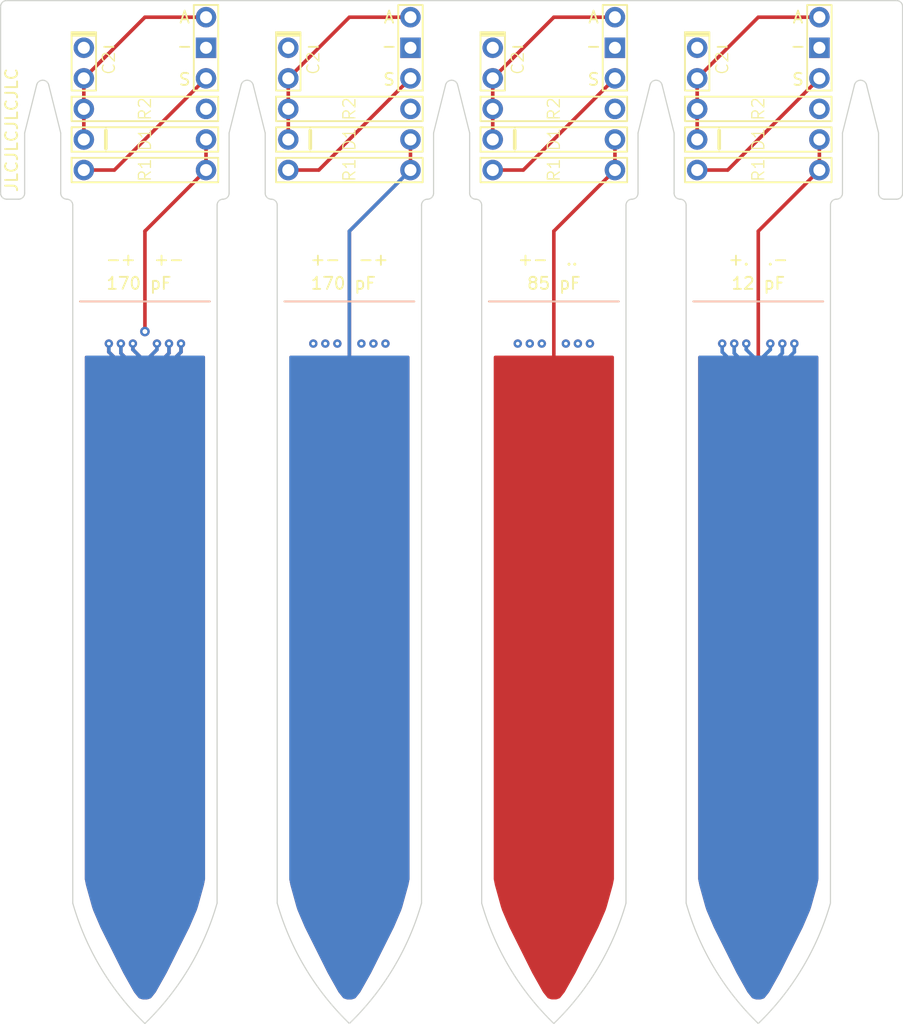
<source format=kicad_pcb>
(kicad_pcb (version 20221018) (generator pcbnew)
  (layers (0 "F.Cu" signal) (1 "In1.Cu" signal) (2 "In2.Cu" signal) (31 "B.Cu" signal) (34 "B.Paste" user) (35 "F.Paste" user) (36 "B.SilkS" user "B.Silkscreen") (37 "F.SilkS" user "F.Silkscreen") (38 "B.Mask" user) (39 "F.Mask" user) (44 "Edge.Cuts" user))
  (net 0 "")
  (net 1 "GND")
  (net 2 "/ADC")
  (net 3 "/CapV")
  (net 4 "/SWS")
  (footprint "ThroughHoleParts:Resistor" (layer "F.Cu") (at 161 66 -90)
    (fp_text reference "R2" (at 0 0 90 unlocked) (layer "F.SilkS") (effects (font (thickness 0.1))))
    (fp_text value "R" hide)
    (fp_rect (start -1.016 6.096) (end 1.016 -6.096) (stroke (width 0.15)) (fill none) (layer "F.SilkS"))
    (pad "1" thru_hole circle (at 0 -5.08 270) (size 1.7 1.7) (drill 1) (layers "*.Cu" "*.Mask") (net 1 "GND"))
    (pad "2" thru_hole circle (at 0 5.08 270) (size 1.7 1.7) (drill 1) (layers "*.Cu" "*.Mask") (net 2 "/ADC"))
  )
  (footprint "ThroughHoleParts:Capacitor" (layer "F.Cu") (at 189.92 62.19)
    (fp_text reference "C2" (at 2.08 0 90 unlocked) (layer "F.SilkS") (effects (font (thickness 0.1))))
    (fp_text value "C" hide)
    (fp_rect (start -1.016 -2.5654) (end 1.016 -2.286) (stroke (width 0.15)) (fill solid) (layer "F.SilkS"))
    (fp_rect (start -1.016 -2.286) (end 1.016 2.286) (stroke (width 0.15)) (fill none) (layer "F.SilkS"))
    (pad "1" thru_hole circle (at 0 -1.27) (size 1.7 1.7) (drill 1) (layers "*.Cu" "*.Mask") (net 1 "GND"))
    (pad "2" thru_hole circle (at 0 1.27) (size 1.7 1.7) (drill 1) (layers "*.Cu" "*.Mask") (net 2 "/ADC"))
  )
  (footprint "ThroughHoleParts:Diode" (layer "F.Cu") (at 178 68.54 90)
    (fp_text reference "D1" (at 0 0 90 unlocked) (layer "F.SilkS") (effects (font (thickness 0.1))))
    (fp_text value "D")
    (fp_line (start -0.75 -3.25) (end 0.75 -3.25) (stroke (width 0.3)) (layer "F.SilkS"))
    (fp_rect (start -1.016 -6.096) (end 1.016 6.096) (stroke (width 0.15)) (fill none) (layer "F.SilkS"))
    (pad "1" thru_hole circle (at 0 -5.08 90) (size 1.7 1.7) (drill 1) (layers "*.Cu" "*.Mask") (net 2 "/ADC"))
    (pad "2" thru_hole circle (at 0 5.08 90) (size 1.7 1.7) (drill 1) (layers "*.Cu" "*.Mask") (net 3 "/CapV"))
  )
  (footprint "ThroughHoleParts:Resistor" (layer "F.Cu") (at 161 71.08 -90)
    (fp_text reference "R1" (at 0 0 90 unlocked) (layer "F.SilkS") (effects (font (thickness 0.1))))
    (fp_text value "R" hide)
    (fp_rect (start -1.016 6.096) (end 1.016 -6.096) (stroke (width 0.15)) (fill none) (layer "F.SilkS"))
    (pad "1" thru_hole circle (at 0 -5.08 270) (size 1.7 1.7) (drill 1) (layers "*.Cu" "*.Mask") (net 3 "/CapV"))
    (pad "2" thru_hole circle (at 0 5.08 270) (size 1.7 1.7) (drill 1) (layers "*.Cu" "*.Mask") (net 4 "/SWS"))
  )
  (footprint "ThroughHoleParts:Diode" (layer "F.Cu") (at 161 68.54 90)
    (fp_text reference "D1" (at 0 0 90 unlocked) (layer "F.SilkS") (effects (font (thickness 0.1))))
    (fp_text value "D")
    (fp_line (start -0.75 -3.25) (end 0.75 -3.25) (stroke (width 0.3)) (layer "F.SilkS"))
    (fp_rect (start -1.016 -6.096) (end 1.016 6.096) (stroke (width 0.15)) (fill none) (layer "F.SilkS"))
    (pad "1" thru_hole circle (at 0 -5.08 90) (size 1.7 1.7) (drill 1) (layers "*.Cu" "*.Mask") (net 2 "/ADC"))
    (pad "2" thru_hole circle (at 0 5.08 90) (size 1.7 1.7) (drill 1) (layers "*.Cu" "*.Mask") (net 3 "/CapV"))
  )
  (footprint "ThroughHoleParts:Capacitor" (layer "F.Cu") (at 206.92 62.19)
    (fp_text reference "C2" (at 2.08 0 90 unlocked) (layer "F.SilkS") (effects (font (thickness 0.1))))
    (fp_text value "C" hide)
    (fp_rect (start -1.016 -2.5654) (end 1.016 -2.286) (stroke (width 0.15)) (fill solid) (layer "F.SilkS"))
    (fp_rect (start -1.016 -2.286) (end 1.016 2.286) (stroke (width 0.15)) (fill none) (layer "F.SilkS"))
    (pad "1" thru_hole circle (at 0 -1.27) (size 1.7 1.7) (drill 1) (layers "*.Cu" "*.Mask") (net 1 "GND"))
    (pad "2" thru_hole circle (at 0 1.27) (size 1.7 1.7) (drill 1) (layers "*.Cu" "*.Mask") (net 2 "/ADC"))
  )
  (footprint "ThroughHoleParts:Resistor" (layer "F.Cu") (at 195 71.08 -90)
    (fp_text reference "R1" (at 0 0 90 unlocked) (layer "F.SilkS") (effects (font (thickness 0.1))))
    (fp_text value "R" hide)
    (fp_rect (start -1.016 6.096) (end 1.016 -6.096) (stroke (width 0.15)) (fill none) (layer "F.SilkS"))
    (pad "1" thru_hole circle (at 0 -5.08 270) (size 1.7 1.7) (drill 1) (layers "*.Cu" "*.Mask") (net 3 "/CapV"))
    (pad "2" thru_hole circle (at 0 5.08 270) (size 1.7 1.7) (drill 1) (layers "*.Cu" "*.Mask") (net 4 "/SWS"))
  )
  (footprint "ThroughHoleParts:Resistor" (layer "F.Cu") (at 178 71.08 -90)
    (fp_text reference "R1" (at 0 0 90 unlocked) (layer "F.SilkS") (effects (font (thickness 0.1))))
    (fp_text value "R" hide)
    (fp_rect (start -1.016 6.096) (end 1.016 -6.096) (stroke (width 0.15)) (fill none) (layer "F.SilkS"))
    (pad "1" thru_hole circle (at 0 -5.08 270) (size 1.7 1.7) (drill 1) (layers "*.Cu" "*.Mask") (net 3 "/CapV"))
    (pad "2" thru_hole circle (at 0 5.08 270) (size 1.7 1.7) (drill 1) (layers "*.Cu" "*.Mask") (net 4 "/SWS"))
  )
  (footprint "ThroughHoleParts:Capacitor" (layer "F.Cu") (at 155.92 62.19)
    (fp_text reference "C2" (at 2.08 0 90 unlocked) (layer "F.SilkS") (effects (font (thickness 0.1))))
    (fp_text value "C" hide)
    (fp_rect (start -1.016 -2.5654) (end 1.016 -2.286) (stroke (width 0.15)) (fill solid) (layer "F.SilkS"))
    (fp_rect (start -1.016 -2.286) (end 1.016 2.286) (stroke (width 0.15)) (fill none) (layer "F.SilkS"))
    (pad "1" thru_hole circle (at 0 -1.27) (size 1.7 1.7) (drill 1) (layers "*.Cu" "*.Mask") (net 1 "GND"))
    (pad "2" thru_hole circle (at 0 1.27) (size 1.7 1.7) (drill 1) (layers "*.Cu" "*.Mask") (net 2 "/ADC"))
  )
  (footprint "ThroughHoleParts:Resistor" (layer "F.Cu") (at 212 66 -90)
    (fp_text reference "R2" (at 0 0 90 unlocked) (layer "F.SilkS") (effects (font (thickness 0.1))))
    (fp_text value "R" hide)
    (fp_rect (start -1.016 6.096) (end 1.016 -6.096) (stroke (width 0.15)) (fill none) (layer "F.SilkS"))
    (pad "1" thru_hole circle (at 0 -5.08 270) (size 1.7 1.7) (drill 1) (layers "*.Cu" "*.Mask") (net 1 "GND"))
    (pad "2" thru_hole circle (at 0 5.08 270) (size 1.7 1.7) (drill 1) (layers "*.Cu" "*.Mask") (net 2 "/ADC"))
  )
  (footprint "ThroughHoleParts:Resistor" (layer "F.Cu") (at 212 71.08 -90)
    (fp_text reference "R1" (at 0 0 90 unlocked) (layer "F.SilkS") (effects (font (thickness 0.1))))
    (fp_text value "R" hide)
    (fp_rect (start -1.016 6.096) (end 1.016 -6.096) (stroke (width 0.15)) (fill none) (layer "F.SilkS"))
    (pad "1" thru_hole circle (at 0 -5.08 270) (size 1.7 1.7) (drill 1) (layers "*.Cu" "*.Mask") (net 3 "/CapV"))
    (pad "2" thru_hole circle (at 0 5.08 270) (size 1.7 1.7) (drill 1) (layers "*.Cu" "*.Mask") (net 4 "/SWS"))
  )
  (footprint "ThroughHoleParts:Diode" (layer "F.Cu") (at 195 68.54 90)
    (fp_text reference "D1" (at 0 0 90 unlocked) (layer "F.SilkS") (effects (font (thickness 0.1))))
    (fp_text value "D")
    (fp_line (start -0.75 -3.25) (end 0.75 -3.25) (stroke (width 0.3)) (layer "F.SilkS"))
    (fp_rect (start -1.016 -6.096) (end 1.016 6.096) (stroke (width 0.15)) (fill none) (layer "F.SilkS"))
    (pad "1" thru_hole circle (at 0 -5.08 90) (size 1.7 1.7) (drill 1) (layers "*.Cu" "*.Mask") (net 2 "/ADC"))
    (pad "2" thru_hole circle (at 0 5.08 90) (size 1.7 1.7) (drill 1) (layers "*.Cu" "*.Mask") (net 3 "/CapV"))
  )
  (footprint "ThroughHoleParts:Capacitor" (layer "F.Cu") (at 172.92 62.19)
    (fp_text reference "C2" (at 2.08 0 90 unlocked) (layer "F.SilkS") (effects (font (thickness 0.1))))
    (fp_text value "C" hide)
    (fp_rect (start -1.016 -2.5654) (end 1.016 -2.286) (stroke (width 0.15)) (fill solid) (layer "F.SilkS"))
    (fp_rect (start -1.016 -2.286) (end 1.016 2.286) (stroke (width 0.15)) (fill none) (layer "F.SilkS"))
    (pad "1" thru_hole circle (at 0 -1.27) (size 1.7 1.7) (drill 1) (layers "*.Cu" "*.Mask") (net 1 "GND"))
    (pad "2" thru_hole circle (at 0 1.27) (size 1.7 1.7) (drill 1) (layers "*.Cu" "*.Mask") (net 2 "/ADC"))
  )
  (footprint "ThroughHoleParts:Diode" (layer "F.Cu") (at 212 68.54 90)
    (fp_text reference "D1" (at 0 0 90 unlocked) (layer "F.SilkS") (effects (font (thickness 0.1))))
    (fp_text value "D")
    (fp_line (start -0.75 -3.25) (end 0.75 -3.25) (stroke (width 0.3)) (layer "F.SilkS"))
    (fp_rect (start -1.016 -6.096) (end 1.016 6.096) (stroke (width 0.15)) (fill none) (layer "F.SilkS"))
    (pad "1" thru_hole circle (at 0 -5.08 90) (size 1.7 1.7) (drill 1) (layers "*.Cu" "*.Mask") (net 2 "/ADC"))
    (pad "2" thru_hole circle (at 0 5.08 90) (size 1.7 1.7) (drill 1) (layers "*.Cu" "*.Mask") (net 3 "/CapV"))
  )
  (footprint "ThroughHoleParts:PinHeader1x03" (layer "F.Cu") (at 166.08 60.92 180)
    (fp_text reference "J1" hide)
    (fp_text value "Conn_01x03_Pin")
    (fp_rect (start -1.016 -3.556) (end 1.016 3.556) (stroke (width 0.15)) (fill none) (layer "F.SilkS"))
    (pad "1" thru_hole circle (at 0 -2.54 180) (size 1.7 1.7) (drill 1) (layers "*.Cu" "*.Mask") (net 4 "/SWS"))
    (pad "2" thru_hole rect (at 0 0 180) (size 1.7 1.7) (drill 1) (layers "*.Cu" "*.Mask") (net 1 "GND"))
    (pad "3" thru_hole oval (at 0 2.54 180) (size 1.7 1.7) (drill 1) (layers "*.Cu" "*.Mask") (net 2 "/ADC"))
  )
  (footprint "ThroughHoleParts:PinHeader1x03" (layer "F.Cu") (at 200.08 60.92 180)
    (fp_text reference "J1" hide)
    (fp_text value "Conn_01x03_Pin")
    (fp_rect (start -1.016 -3.556) (end 1.016 3.556) (stroke (width 0.15)) (fill none) (layer "F.SilkS"))
    (pad "1" thru_hole circle (at 0 -2.54 180) (size 1.7 1.7) (drill 1) (layers "*.Cu" "*.Mask") (net 4 "/SWS"))
    (pad "2" thru_hole rect (at 0 0 180) (size 1.7 1.7) (drill 1) (layers "*.Cu" "*.Mask") (net 1 "GND"))
    (pad "3" thru_hole oval (at 0 2.54 180) (size 1.7 1.7) (drill 1) (layers "*.Cu" "*.Mask") (net 2 "/ADC"))
  )
  (footprint "ThroughHoleParts:PinHeader1x03" (layer "F.Cu") (at 183.08 60.92 180)
    (fp_text reference "J1" hide)
    (fp_text value "Conn_01x03_Pin")
    (fp_rect (start -1.016 -3.556) (end 1.016 3.556) (stroke (width 0.15)) (fill none) (layer "F.SilkS"))
    (pad "1" thru_hole circle (at 0 -2.54 180) (size 1.7 1.7) (drill 1) (layers "*.Cu" "*.Mask") (net 4 "/SWS"))
    (pad "2" thru_hole rect (at 0 0 180) (size 1.7 1.7) (drill 1) (layers "*.Cu" "*.Mask") (net 1 "GND"))
    (pad "3" thru_hole oval (at 0 2.54 180) (size 1.7 1.7) (drill 1) (layers "*.Cu" "*.Mask") (net 2 "/ADC"))
  )
  (footprint "ThroughHoleParts:PinHeader1x03" (layer "F.Cu") (at 217.08 60.92 180)
    (fp_text reference "J1" hide)
    (fp_text value "Conn_01x03_Pin")
    (fp_rect (start -1.016 -3.556) (end 1.016 3.556) (stroke (width 0.15)) (fill none) (layer "F.SilkS"))
    (pad "1" thru_hole circle (at 0 -2.54 180) (size 1.7 1.7) (drill 1) (layers "*.Cu" "*.Mask") (net 4 "/SWS"))
    (pad "2" thru_hole rect (at 0 0 180) (size 1.7 1.7) (drill 1) (layers "*.Cu" "*.Mask") (net 1 "GND"))
    (pad "3" thru_hole oval (at 0 2.54 180) (size 1.7 1.7) (drill 1) (layers "*.Cu" "*.Mask") (net 2 "/ADC"))
  )
  (footprint "ThroughHoleParts:Resistor" (layer "F.Cu") (at 178 66 -90)
    (fp_text reference "R2" (at 0 0 90 unlocked) (layer "F.SilkS") (effects (font (thickness 0.1))))
    (fp_text value "R" hide)
    (fp_rect (start -1.016 6.096) (end 1.016 -6.096) (stroke (width 0.15)) (fill none) (layer "F.SilkS"))
    (pad "1" thru_hole circle (at 0 -5.08 270) (size 1.7 1.7) (drill 1) (layers "*.Cu" "*.Mask") (net 1 "GND"))
    (pad "2" thru_hole circle (at 0 5.08 270) (size 1.7 1.7) (drill 1) (layers "*.Cu" "*.Mask") (net 2 "/ADC"))
  )
  (footprint "ThroughHoleParts:Resistor" (layer "F.Cu") (at 195 66 -90)
    (fp_text reference "R2" (at 0 0 90 unlocked) (layer "F.SilkS") (effects (font (thickness 0.1))))
    (fp_text value "R" hide)
    (fp_rect (start -1.016 6.096) (end 1.016 -6.096) (stroke (width 0.15)) (fill none) (layer "F.SilkS"))
    (pad "1" thru_hole circle (at 0 -5.08 270) (size 1.7 1.7) (drill 1) (layers "*.Cu" "*.Mask") (net 1 "GND"))
    (pad "2" thru_hole circle (at 0 5.08 270) (size 1.7 1.7) (drill 1) (layers "*.Cu" "*.Mask") (net 2 "/ADC"))
  )
  (gr_line (start 155.6 82) (end 166.4 82) (stroke (width 0.15)) (layer "B.SilkS"))
  (gr_line (start 172.6 82) (end 183.4 82) (stroke (width 0.15)) (layer "B.SilkS"))
  (gr_line (start 189.6 82) (end 200.4 82) (stroke (width 0.15)) (layer "B.SilkS"))
  (gr_line (start 206.6 82) (end 217.4 82) (stroke (width 0.15)) (layer "B.SilkS"))
  (gr_line (start 172.6 82) (end 183.4 82) (stroke (width 0.15)) (layer "F.SilkS"))
  (gr_line (start 155.6 82) (end 166.4 82) (stroke (width 0.15)) (layer "F.SilkS"))
  (gr_line (start 189.6 82) (end 200.4 82) (stroke (width 0.15)) (layer "F.SilkS"))
  (gr_line (start 206.6 82) (end 217.4 82) (stroke (width 0.15)) (layer "F.SilkS"))
  (gr_arc (start 219 73) (mid 218.853553 73.353553) (end 218.5 73.5) (stroke (width 0.1)) (layer "Edge.Cuts"))
  (gr_line (start 167 132) (end 167 74) (stroke (width 0.1)) (layer "Edge.Cuts"))
  (gr_line (start 168 73) (end 168 68) (stroke (width 0.1)) (layer "Edge.Cuts"))
  (gr_line (start 149.5 73.5) (end 150.5 73.5) (stroke (width 0.1)) (layer "Edge.Cuts"))
  (gr_arc (start 154.5 73.5) (mid 154.146447 73.353553) (end 154 73) (stroke (width 0.1)) (layer "Edge.Cuts"))
  (gr_line (start 171 68) (end 170 64) (stroke (width 0.1)) (layer "Edge.Cuts"))
  (gr_line (start 222 68) (end 222 73) (stroke (width 0.1)) (layer "Edge.Cuts"))
  (gr_line (start 205 73) (end 205 68) (stroke (width 0.1)) (layer "Edge.Cuts"))
  (gr_arc (start 186 64) (mid 186.5 63.616336) (end 187 64) (stroke (width 0.1)) (layer "Edge.Cuts"))
  (gr_arc (start 222.5 73.5) (mid 222.146447 73.353553) (end 222 73) (stroke (width 0.1)) (layer "Edge.Cuts"))
  (gr_arc (start 184 74) (mid 184.146447 73.646447) (end 184.5 73.5) (stroke (width 0.1)) (layer "Edge.Cuts"))
  (gr_arc (start 149 57.5) (mid 149.146447 57.146447) (end 149.5 57) (stroke (width 0.1)) (layer "Edge.Cuts"))
  (gr_arc (start 212 142) (mid 208.341738 137.394958) (end 206 132) (stroke (width 0.1)) (layer "Edge.Cuts"))
  (gr_arc (start 151 73) (mid 150.853553 73.353553) (end 150.5 73.5) (stroke (width 0.1)) (layer "Edge.Cuts"))
  (gr_arc (start 188.5 73.5) (mid 188.146447 73.353553) (end 188 73) (stroke (width 0.1)) (layer "Edge.Cuts"))
  (gr_arc (start 205.5 73.5) (mid 205.853553 73.646447) (end 206 74) (stroke (width 0.1)) (layer "Edge.Cuts"))
  (gr_line (start 201 132) (end 201 74) (stroke (width 0.1)) (layer "Edge.Cuts"))
  (gr_arc (start 171.5 73.5) (mid 171.146447 73.353553) (end 171 73) (stroke (width 0.1)) (layer "Edge.Cuts"))
  (gr_line (start 149 73) (end 149 57.5) (stroke (width 0.1)) (layer "Edge.Cuts"))
  (gr_arc (start 205.5 73.5) (mid 205.146447 73.353553) (end 205 73) (stroke (width 0.1)) (layer "Edge.Cuts"))
  (gr_arc (start 201 132) (mid 198.658257 137.394954) (end 195 142) (stroke (width 0.1)) (layer "Edge.Cuts"))
  (gr_line (start 155 74) (end 155 132) (stroke (width 0.1)) (layer "Edge.Cuts"))
  (gr_line (start 188 68) (end 187 64) (stroke (width 0.1)) (layer "Edge.Cuts"))
  (gr_line (start 154 68) (end 153 64) (stroke (width 0.1)) (layer "Edge.Cuts"))
  (gr_arc (start 184 132) (mid 181.658257 137.394954) (end 178 142) (stroke (width 0.1)) (layer "Edge.Cuts"))
  (gr_arc (start 171.5 73.5) (mid 171.853553 73.646447) (end 172 74) (stroke (width 0.1)) (layer "Edge.Cuts"))
  (gr_arc (start 223.5 57) (mid 223.853553 57.146447) (end 224 57.5) (stroke (width 0.1)) (layer "Edge.Cuts"))
  (gr_line (start 202 73) (end 202 68) (stroke (width 0.1)) (layer "Edge.Cuts"))
  (gr_line (start 219 68) (end 220 64) (stroke (width 0.1)) (layer "Edge.Cuts"))
  (gr_arc (start 167 74) (mid 167.146447 73.646447) (end 167.5 73.5) (stroke (width 0.1)) (layer "Edge.Cuts"))
  (gr_line (start 189 74) (end 189 132) (stroke (width 0.1)) (layer "Edge.Cuts"))
  (gr_line (start 151 68) (end 152 64) (stroke (width 0.1)) (layer "Edge.Cuts"))
  (gr_arc (start 167 132) (mid 164.658257 137.394954) (end 161 142) (stroke (width 0.1)) (layer "Edge.Cuts"))
  (gr_line (start 168 68) (end 169 64) (stroke (width 0.1)) (layer "Edge.Cuts"))
  (gr_line (start 185 73) (end 185 68) (stroke (width 0.1)) (layer "Edge.Cuts"))
  (gr_arc (start 152 64) (mid 152.5 63.616336) (end 153 64) (stroke (width 0.1)) (layer "Edge.Cuts"))
  (gr_arc (start 202 73) (mid 201.853553 73.353553) (end 201.5 73.5) (stroke (width 0.1)) (layer "Edge.Cuts"))
  (gr_arc (start 218 132) (mid 215.658262 137.394957) (end 212 142) (stroke (width 0.1)) (layer "Edge.Cuts"))
  (gr_line (start 202 68) (end 203 64) (stroke (width 0.1)) (layer "Edge.Cuts"))
  (gr_line (start 151 68) (end 151 73) (stroke (width 0.1)) (layer "Edge.Cuts"))
  (gr_arc (start 224 73) (mid 223.853553 73.353553) (end 223.5 73.5) (stroke (width 0.1)) (layer "Edge.Cuts"))
  (gr_line (start 154 73) (end 154 68) (stroke (width 0.1)) (layer "Edge.Cuts"))
  (gr_line (start 188 73) (end 188 68) (stroke (width 0.1)) (layer "Edge.Cuts"))
  (gr_line (start 171 73) (end 171 68) (stroke (width 0.1)) (layer "Edge.Cuts"))
  (gr_arc (start 195 142) (mid 191.341734 137.394959) (end 189 132) (stroke (width 0.1)) (layer "Edge.Cuts"))
  (gr_line (start 185 68) (end 186 64) (stroke (width 0.1)) (layer "Edge.Cuts"))
  (gr_line (start 172 74) (end 172 132) (stroke (width 0.1)) (layer "Edge.Cuts"))
  (gr_arc (start 161 142) (mid 157.341734 137.39496) (end 155 132) (stroke (width 0.1)) (layer "Edge.Cuts"))
  (gr_arc (start 149.5 73.5) (mid 149.146447 73.353553) (end 149 73) (stroke (width 0.1)) (layer "Edge.Cuts"))
  (gr_arc (start 218 74) (mid 218.146447 73.646447) (end 218.5 73.5) (stroke (width 0.1)) (layer "Edge.Cuts"))
  (gr_arc (start 168 73) (mid 167.853553 73.353553) (end 167.5 73.5) (stroke (width 0.1)) (layer "Edge.Cuts"))
  (gr_line (start 224 73) (end 224 57.5) (stroke (width 0.1)) (layer "Edge.Cuts"))
  (gr_arc (start 188.5 73.5) (mid 188.853553 73.646447) (end 189 74) (stroke (width 0.1)) (layer "Edge.Cuts"))
  (gr_arc (start 178 142) (mid 174.341734 137.39496) (end 172 132) (stroke (width 0.1)) (layer "Edge.Cuts"))
  (gr_arc (start 203 64) (mid 203.5 63.616336) (end 204 64) (stroke (width 0.1)) (layer "Edge.Cuts"))
  (gr_line (start 223.5 73.5) (end 222.5 73.5) (stroke (width 0.1)) (layer "Edge.Cuts"))
  (gr_line (start 206 74) (end 206 132) (stroke (width 0.1)) (layer "Edge.Cuts"))
  (gr_line (start 222 68) (end 221 64) (stroke (width 0.1)) (layer "Edge.Cuts"))
  (gr_line (start 184 132) (end 184 74) (stroke (width 0.1)) (layer "Edge.Cuts"))
  (gr_line (start 219 73) (end 219 68) (stroke (width 0.1)) (layer "Edge.Cuts"))
  (gr_arc (start 154.5 73.5) (mid 154.853553 73.646447) (end 155 74) (stroke (width 0.1)) (layer "Edge.Cuts"))
  (gr_line (start 223.5 57) (end 149.5 57) (stroke (width 0.1)) (layer "Edge.Cuts"))
  (gr_arc (start 220 64) (mid 220.5 63.616336) (end 221 64) (stroke (width 0.1)) (layer "Edge.Cuts"))
  (gr_line (start 218 132) (end 218 74) (stroke (width 0.1)) (layer "Edge.Cuts"))
  (gr_arc (start 185 73) (mid 184.853553 73.353553) (end 184.5 73.5) (stroke (width 0.1)) (layer "Edge.Cuts"))
  (gr_line (start 205 68) (end 204 64) (stroke (width 0.1)) (layer "Edge.Cuts"))
  (gr_arc (start 201 74) (mid 201.146447 73.646447) (end 201.5 73.5) (stroke (width 0.1)) (layer "Edge.Cuts"))
  (gr_arc (start 169 64) (mid 169.5 63.616336) (end 170 64) (stroke (width 0.1)) (layer "Edge.Cuts"))
  (gr_text "S" (at 198.302 63.46 180) (layer "F.SilkS") (effects (font (size 1 1))))
  (gr_text "A" (at 215.302 58.38) (layer "F.SilkS") (effects (font (size 1 1))))
  (gr_text "+.  .-" (at 212 78.5) (layer "F.SilkS") (effects (font (size 1 1))))
  (gr_text "-" (at 158 60.92 180) (layer "F.SilkS") (effects (font (size 1 1))))
  (gr_text "S" (at 181.302 63.46 180) (layer "F.SilkS") (effects (font (size 1 1))))
  (gr_text "S" (at 164.302 63.46 180) (layer "F.SilkS") (effects (font (size 1 1))))
  (gr_text "A" (at 181.302 58.38) (layer "F.SilkS") (effects (font (size 1 1))))
  (gr_text "-" (at 181.302 60.92 180) (layer "F.SilkS") (effects (font (size 1 1))))
  (gr_text "-+  +-" (at 161 78.5) (layer "F.SilkS") (effects (font (size 1 1))))
  (gr_text "A" (at 164.302 58.38) (layer "F.SilkS") (effects (font (size 1 1))))
  (gr_text "-" (at 175 60.92 180) (layer "F.SilkS") (effects (font (size 1 1))))
  (gr_text "S" (at 215.302 63.46 180) (layer "F.SilkS") (effects (font (size 1 1))))
  (gr_text "+-  -+" (at 178 78.5) (layer "F.SilkS") (effects (font (size 1 1))))
  (gr_text "170 pF" (at 160.5 80.5) (layer "F.SilkS") (effects (font (size 1 1))))
  (gr_text "85 pF" (at 195 80.5) (layer "F.SilkS") (effects (font (size 1 1))))
  (gr_text "12 pF" (at 212 80.5) (layer "F.SilkS") (effects (font (size 1 1))))
  (gr_text "-" (at 215.302 60.92 180) (layer "F.SilkS") (effects (font (size 1 1))))
  (gr_text "-" (at 164.302 60.92 180) (layer "F.SilkS") (effects (font (size 1 1))))
  (gr_text "A" (at 198.302 58.38) (layer "F.SilkS") (effects (font (size 1 1))))
  (gr_text "JLCJLCJLCJLC" (at 150.5 73 90) (layer "F.SilkS") (effects (font (size 1 1)) (justify left bottom)))
  (gr_text "-" (at 209 60.92 180) (layer "F.SilkS") (effects (font (size 1 1))))
  (gr_text "-" (at 192 60.92 180) (layer "F.SilkS") (effects (font (size 1 1))))
  (gr_text "170 pF" (at 177.5 80.5) (layer "F.SilkS") (effects (font (size 1 1))))
  (gr_text "+-  .." (at 194.5 78.5) (layer "F.SilkS") (effects (font (size 1 1))))
  (gr_text "-" (at 198.302 60.92 180) (layer "F.SilkS") (effects (font (size 1 1))))
  (segment (start 161 87) (end 163.2 87) (width 0.3) (layer "F.Cu") (net 1))
  (segment (start 164 86.2) (end 164 85.5) (width 0.3) (layer "F.Cu") (net 1))
  (segment (start 158.8 87) (end 158 86.2) (width 0.3) (layer "F.Cu") (net 1))
  (segment (start 163.2 87) (end 164 86.2) (width 0.3) (layer "F.Cu") (net 1))
  (segment (start 158 86.2) (end 158 85.5) (width 0.3) (layer "F.Cu") (net 1))
  (segment (start 162 86) (end 161 87) (width 0.3) (layer "F.Cu") (net 1))
  (segment (start 159 86.3) (end 159 85.5) (width 0.3) (layer "F.Cu") (net 1))
  (segment (start 163 86.3) (end 162.3 87) (width 0.3) (layer "F.Cu") (net 1))
  (segment (start 161 87) (end 160 86) (width 0.3) (layer "F.Cu") (net 1))
  (segment (start 160 86) (end 160 85.5) (width 0.3) (layer "F.Cu") (net 1))
  (segment (start 159.7 87) (end 159 86.3) (width 0.3) (layer "F.Cu") (net 1))
  (segment (start 161 87) (end 158.8 87) (width 0.3) (layer "F.Cu") (net 1))
  (segment (start 163 85.5) (end 163 86.3) (width 0.3) (layer "F.Cu") (net 1))
  (segment (start 162 85.5) (end 162 86) (width 0.3) (layer "F.Cu") (net 1))
  (via (at 194 85.5) (size 0.7) (drill 0.3) (layers "F.Cu" "B.Cu") (net 1))
  (via (at 198 85.5) (size 0.7) (drill 0.3) (layers "F.Cu" "B.Cu") (net 1))
  (via (at 179 85.5) (size 0.7) (drill 0.3) (layers "F.Cu" "B.Cu") (net 1))
  (via (at 164 85.5) (size 0.7) (drill 0.3) (layers "F.Cu" "B.Cu") (net 1))
  (via (at 209 85.5) (size 0.7) (drill 0.3) (layers "F.Cu" "B.Cu") (net 1))
  (via (at 210 85.5) (size 0.7) (drill 0.3) (layers "F.Cu" "B.Cu") (net 1))
  (via (at 158 85.5) (size 0.7) (drill 0.3) (layers "F.Cu" "B.Cu") (net 1))
  (via (at 192 85.5) (size 0.7) (drill 0.3) (layers "F.Cu" "B.Cu") (net 1))
  (via (at 196 85.5) (size 0.7) (drill 0.3) (layers "F.Cu" "B.Cu") (net 1))
  (via (at 213 85.5) (size 0.7) (drill 0.3) (layers "F.Cu" "B.Cu") (net 1))
  (via (at 160 85.5) (size 0.7) (drill 0.3) (layers "F.Cu" "B.Cu") (net 1))
  (via (at 181 85.5) (size 0.7) (drill 0.3) (layers "F.Cu" "B.Cu") (net 1))
  (via (at 214 85.5) (size 0.7) (drill 0.3) (layers "F.Cu" "B.Cu") (net 1))
  (via (at 177 85.5) (size 0.7) (drill 0.3) (layers "F.Cu" "B.Cu") (net 1))
  (via (at 162 85.5) (size 0.7) (drill 0.3) (layers "F.Cu" "B.Cu") (net 1))
  (via (at 180 85.5) (size 0.7) (drill 0.3) (layers "F.Cu" "B.Cu") (net 1))
  (via (at 176 85.5) (size 0.7) (drill 0.3) (layers "F.Cu" "B.Cu") (net 1))
  (via (at 159 85.5) (size 0.7) (drill 0.3) (layers "F.Cu" "B.Cu") (net 1))
  (via (at 197 85.5) (size 0.7) (drill 0.3) (layers "F.Cu" "B.Cu") (net 1))
  (via (at 211 85.5) (size 0.7) (drill 0.3) (layers "F.Cu" "B.Cu") (net 1))
  (via (at 163 85.5) (size 0.7) (drill 0.3) (layers "F.Cu" "B.Cu") (net 1))
  (via (at 215 85.5) (size 0.7) (drill 0.3) (layers "F.Cu" "B.Cu") (net 1))
  (via (at 175 85.5) (size 0.7) (drill 0.3) (layers "F.Cu" "B.Cu") (net 1))
  (via (at 193 85.5) (size 0.7) (drill 0.3) (layers "F.Cu" "B.Cu") (net 1))
  (segment (start 212 87) (end 213 86) (width 0.3) (layer "B.Cu") (net 1))
  (segment (start 213.3 87) (end 214 86.3) (width 0.3) (layer "B.Cu") (net 1))
  (segment (start 209.8 87) (end 209 86.2) (width 0.3) (layer "B.Cu") (net 1))
  (segment (start 164 86.2) (end 164 85.5) (width 0.3) (layer "B.Cu") (net 1))
  (segment (start 162.3 87) (end 163 86.3) (width 0.3) (layer "B.Cu") (net 1))
  (segment (start 160 86) (end 161 87) (width 0.3) (layer "B.Cu") (net 1))
  (segment (start 212 87) (end 209.8 87) (width 0.3) (layer "B.Cu") (net 1))
  (segment (start 215 86.2) (end 215 85.5) (width 0.3) (layer "B.Cu") (net 1))
  (segment (start 162 86) (end 162 85.5) (width 0.3) (layer "B.Cu") (net 1))
  (segment (start 159 86.3) (end 159.7 87) (width 0.3) (layer "B.Cu") (net 1))
  (segment (start 210.7 87) (end 212 87) (width 0.3) (layer "B.Cu") (net 1))
  (segment (start 158 86.2) (end 158 85.5) (width 0.3) (layer "B.Cu") (net 1))
  (segment (start 161 87) (end 163.2 87) (width 0.3) (layer "B.Cu") (net 1))
  (segment (start 214.2 87) (end 215 86.2) (width 0.3) (layer "B.Cu") (net 1))
  (segment (start 211 85.5) (end 211 86) (width 0.3) (layer "B.Cu") (net 1))
  (segment (start 161 87) (end 162.3 87) (width 0.3) (layer "B.Cu") (net 1))
  (segment (start 211 86) (end 212 87) (width 0.3) (layer "B.Cu") (net 1))
  (segment (start 214 86.3) (end 214 85.5) (width 0.3) (layer "B.Cu") (net 1))
  (segment (start 159.7 87) (end 161 87) (width 0.3) (layer "B.Cu") (net 1))
  (segment (start 160 85.5) (end 160 86) (width 0.3) (layer "B.Cu") (net 1))
  (segment (start 210 85.5) (end 210 86.3) (width 0.3) (layer "B.Cu") (net 1))
  (segment (start 158.8 87) (end 158 86.2) (width 0.3) (layer "B.Cu") (net 1))
  (segment (start 163.2 87) (end 164 86.2) (width 0.3) (layer "B.Cu") (net 1))
  (segment (start 212 87) (end 213.3 87) (width 0.3) (layer "B.Cu") (net 1))
  (segment (start 212 87) (end 214.2 87) (width 0.3) (layer "B.Cu") (net 1))
  (segment (start 159 85.5) (end 159 86.3) (width 0.3) (layer "B.Cu") (net 1))
  (segment (start 209 86.2) (end 209 85.5) (width 0.3) (layer "B.Cu") (net 1))
  (segment (start 213 86) (end 213 85.5) (width 0.3) (layer "B.Cu") (net 1))
  (segment (start 210 86.3) (end 210.7 87) (width 0.3) (layer "B.Cu") (net 1))
  (segment (start 161 87) (end 158.8 87) (width 0.3) (layer "B.Cu") (net 1))
  (segment (start 163 86.3) (end 163 85.5) (width 0.3) (layer "B.Cu") (net 1))
  (segment (start 161 87) (end 162 86) (width 0.3) (layer "B.Cu") (net 1))
  (segment (start 189.92 63.46) (end 195 58.38) (width 0.3) (layer "F.Cu") (net 2))
  (segment (start 189.92 68.54) (end 189.92 63.46) (width 0.3) (layer "F.Cu") (net 2))
  (segment (start 161 58.38) (end 166.08 58.38) (width 0.3) (layer "F.Cu") (net 2))
  (segment (start 155.92 63.46) (end 161 58.38) (width 0.3) (layer "F.Cu") (net 2))
  (segment (start 195 58.38) (end 200.08 58.38) (width 0.3) (layer "F.Cu") (net 2))
  (segment (start 206.92 63.46) (end 212 58.38) (width 0.3) (layer "F.Cu") (net 2))
  (segment (start 212 58.38) (end 217.08 58.38) (width 0.3) (layer "F.Cu") (net 2))
  (segment (start 172.92 63.46) (end 178 58.38) (width 0.3) (layer "F.Cu") (net 2))
  (segment (start 155.92 68.54) (end 155.92 63.46) (width 0.3) (layer "F.Cu") (net 2))
  (segment (start 206.92 68.54) (end 206.92 63.46) (width 0.3) (layer "F.Cu") (net 2))
  (segment (start 178 58.38) (end 183.08 58.38) (width 0.3) (layer "F.Cu") (net 2))
  (segment (start 172.92 68.54) (end 172.92 63.46) (width 0.3) (layer "F.Cu") (net 2))
  (segment (start 161 76.16) (end 161 84.5) (width 0.3) (layer "F.Cu") (net 3))
  (segment (start 166.08 71.08) (end 166.08 68.54) (width 0.3) (layer "F.Cu") (net 3))
  (segment (start 161.08 76.08) (end 166.08 71.08) (width 0.3) (layer "F.Cu") (net 3))
  (segment (start 200.08 71.08) (end 200.08 68.54) (width 0.3) (layer "F.Cu") (net 3))
  (segment (start 183.08 71.08) (end 183.08 68.54) (width 0.3) (layer "F.Cu") (net 3))
  (segment (start 178 87) (end 178 76.16) (width 0.3) (layer "F.Cu") (net 3))
  (segment (start 178 76.16) (end 183.08 71.08) (width 0.3) (layer "F.Cu") (net 3))
  (segment (start 195 87) (end 195 76.16) (width 0.3) (layer "F.Cu") (net 3))
  (segment (start 161 76.16) (end 161.08 76.08) (width 0.3) (layer "F.Cu") (net 3))
  (segment (start 217.08 71.08) (end 217.08 68.54) (width 0.3) (layer "F.Cu") (net 3))
  (segment (start 212 76.16) (end 217.08 71.08) (width 0.3) (layer "F.Cu") (net 3))
  (segment (start 212 87) (end 212 76.16) (width 0.3) (layer "F.Cu") (net 3))
  (segment (start 195 76.16) (end 200.08 71.08) (width 0.3) (layer "F.Cu") (net 3))
  (via (at 161 84.5) (size 0.8) (drill 0.4) (layers "F.Cu" "B.Cu") (net 3))
  (segment (start 178 76.16) (end 178 87) (width 0.3) (layer "B.Cu") (net 3))
  (segment (start 183.08 71.08) (end 178 76.16) (width 0.3) (layer "B.Cu") (net 3))
  (segment (start 192.46 71.08) (end 189.92 71.08) (width 0.3) (layer "F.Cu") (net 4))
  (segment (start 158.46 71.08) (end 155.92 71.08) (width 0.3) (layer "F.Cu") (net 4))
  (segment (start 200.08 63.46) (end 192.46 71.08) (width 0.3) (layer "F.Cu") (net 4))
  (segment (start 175.46 71.08) (end 172.92 71.08) (width 0.3) (layer "F.Cu") (net 4))
  (segment (start 209.46 71.08) (end 206.92 71.08) (width 0.3) (layer "F.Cu") (net 4))
  (segment (start 217.08 63.46) (end 209.46 71.08) (width 0.3) (layer "F.Cu") (net 4))
  (segment (start 166.08 63.46) (end 158.46 71.08) (width 0.3) (layer "F.Cu") (net 4))
  (segment (start 183.08 63.46) (end 175.46 71.08) (width 0.3) (layer "F.Cu") (net 4))
  (zone (net 3) (net_name "/CapV") (layer "F.Cu") (priority 1) (connect_pads yes (clearance 0.4)) (min_thickness 0.25) (fill yes (thermal_gap 0.5) (thermal_bridge_width 0.5))
    (polygon (pts (xy 217 130) (xy 216.9 130.5) (xy 216.4 132.3) (xy 216.3 132.6) (xy 215.7 134) (xy 213.8 137.8) (xy 212.9 139.4) (xy 212.5 139.9) (xy 212.2 140) (xy 212 140) (xy 211.8 140) (xy 211.5 139.9) (xy 211.1 139.4) (xy 210.2 137.8) (xy 208.3 134) (xy 207.7 132.6) (xy 207.6 132.3) (xy 207.1 130.5) (xy 207 130) (xy 207 86.5) (xy 212 86.5) (xy 217 86.5)))
  )
  (zone (net 3) (net_name "/CapV") (layer "F.Cu") (priority 1) (connect_pads yes (clearance 0.4)) (min_thickness 0.25) (fill yes (thermal_gap 0.5) (thermal_bridge_width 0.5))
    (polygon (pts (xy 200 130) (xy 199.9 130.5) (xy 199.4 132.3) (xy 199.3 132.6) (xy 198.7 134) (xy 196.8 137.8) (xy 195.9 139.4) (xy 195.5 139.9) (xy 195.2 140) (xy 195 140) (xy 194.8 140) (xy 194.5 139.9) (xy 194.1 139.4) (xy 193.2 137.8) (xy 191.3 134) (xy 190.7 132.6) (xy 190.6 132.3) (xy 190.1 130.5) (xy 190 130) (xy 190 86.5) (xy 195 86.5) (xy 200 86.5)))
  )
  (zone (net 3) (net_name "/CapV") (layers "F&B.Cu") (priority 1) (connect_pads yes (clearance 0.4)) (min_thickness 0.25) (fill yes (thermal_gap 0.5) (thermal_bridge_width 0.5))
    (polygon (pts (xy 183 130) (xy 182.9 130.5) (xy 182.4 132.3) (xy 182.3 132.6) (xy 181.7 134) (xy 179.8 137.8) (xy 178.9 139.4) (xy 178.5 139.9) (xy 178.2 140) (xy 178 140) (xy 177.8 140) (xy 177.5 139.9) (xy 177.1 139.4) (xy 176.2 137.8) (xy 174.3 134) (xy 173.7 132.6) (xy 173.6 132.3) (xy 173.1 130.5) (xy 173 130) (xy 173 86.5) (xy 178 86.5) (xy 183 86.5)))
  )
  (zone (net 1) (net_name "GND") (layers "F&B.Cu") (priority 1) (connect_pads yes (clearance 0.4)) (min_thickness 0.25) (fill yes (thermal_gap 0.5) (thermal_bridge_width 0.5))
    (polygon (pts (xy 166 130) (xy 165.9 130.5) (xy 165.4 132.3) (xy 165.3 132.6) (xy 164.7 134) (xy 162.8 137.8) (xy 161.9 139.4) (xy 161.5 139.9) (xy 161.2 140) (xy 161 140) (xy 160.8 140) (xy 160.5 139.9) (xy 160.1 139.4) (xy 159.2 137.8) (xy 157.3 134) (xy 156.7 132.6) (xy 156.6 132.3) (xy 156.1 130.5) (xy 156 130) (xy 156 86.5) (xy 161 86.5) (xy 166 86.5)))
  )
  (zone (net 1) (net_name "GND") (layer "B.Cu") (priority 1) (connect_pads yes (clearance 0.4)) (min_thickness 0.25) (fill yes (thermal_gap 0.5) (thermal_bridge_width 0.5))
    (polygon (pts (xy 217 130) (xy 216.9 130.5) (xy 216.4 132.3) (xy 216.3 132.6) (xy 215.7 134) (xy 213.8 137.8) (xy 212.9 139.4) (xy 212.5 139.9) (xy 212.2 140) (xy 212 140) (xy 211.8 140) (xy 211.5 139.9) (xy 211.1 139.4) (xy 210.2 137.8) (xy 208.3 134) (xy 207.7 132.6) (xy 207.6 132.3) (xy 207.1 130.5) (xy 207 130) (xy 207 86.5) (xy 212 86.5) (xy 217 86.5)))
  )
)
</source>
